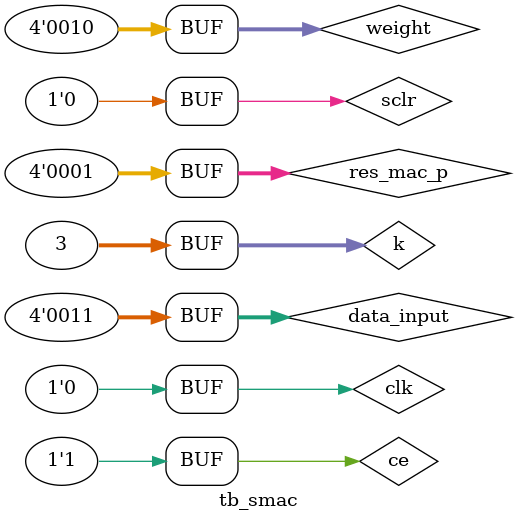
<source format=v>
`timescale 1ns / 1ps

module tb_smac(    );




parameter clk_period= 10;
reg clk,ce,sclr;
reg [3:0]data_input;
reg [3:0]res_mac_p;
reg [3:0]weight;

wire [3:0]res_mac_n;
wire [3:0]data_input_next_row;
wire enable_next_mac;


mxu_mac #(.bit_width(4)) uut ( .clk(clk),
    .ce(ce),
    .sclr(sclr),
    .data_input(data_input),
    .weight(weight),
    .res_mac_p(res_mac_p), 
    .res_mac_n(res_mac_n),
    .data_input_next_row(data_input_next_row),
    .enable_next_mac(enable_next_mac)
    );

      always begin
         clk = 1'b1;
         #(clk_period/2) 
         clk = 1'b0;
         #(clk_period/2);
      end
integer k;

initial begin 
ce=1'b0;
sclr=1'b1;
#clk_period;
sclr=1'b0;
#clk_period;
ce=1'b1;

data_input=4'h3;
weight=4'h2;
res_mac_p=4'h1;
#2;
for(k=0;k<3;k=k+1) begin 
#clk_period;
end

end 
endmodule

</source>
